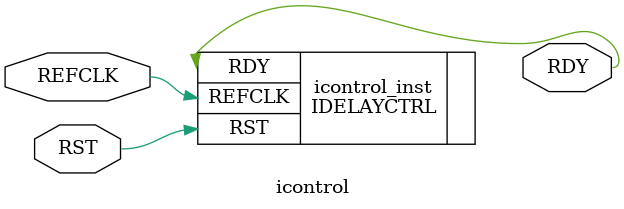
<source format=v>
`timescale 1ps/1ps

module icontrol (
    input           RST,
    input           REFCLK,
    output          RDY
);

IDELAYCTRL icontrol_inst (              			// Instantiate input delay control block
	.REFCLK			(REFCLK),
	.RST			(RST),
	.RDY			(RDY));

endmodule

</source>
